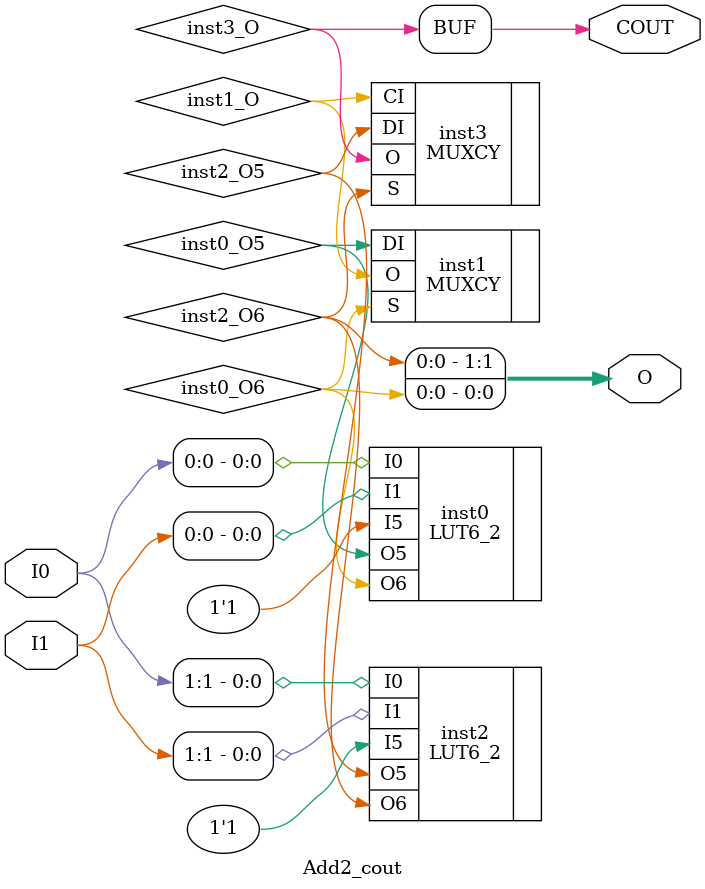
<source format=v>
module Add2_cout (input [1:0] I0, input [1:0] I1, output [1:0] O, output  COUT);
wire  inst0_O5;
wire  inst0_O6;
wire  inst1_O;
wire  inst2_O5;
wire  inst2_O6;
wire  inst3_O;
LUT6_2 #(.INIT(64'h1111111111111110)) inst0 (.I0(I0[0]), .I1(I1[0]), .I5(1'b1), .O5(inst0_O5), .O6(inst0_O6));
MUXCY inst1 (.DI(inst0_O5), .S(inst0_O6), .O(inst1_O));
LUT6_2 #(.INIT(64'h1111111111111110)) inst2 (.I0(I0[1]), .I1(I1[1]), .I5(1'b1), .O5(inst2_O5), .O6(inst2_O6));
MUXCY inst3 (.DI(inst2_O5), .CI(inst1_O), .S(inst2_O6), .O(inst3_O));
assign O = {inst2_O6,inst0_O6};
assign COUT = inst3_O;
endmodule


</source>
